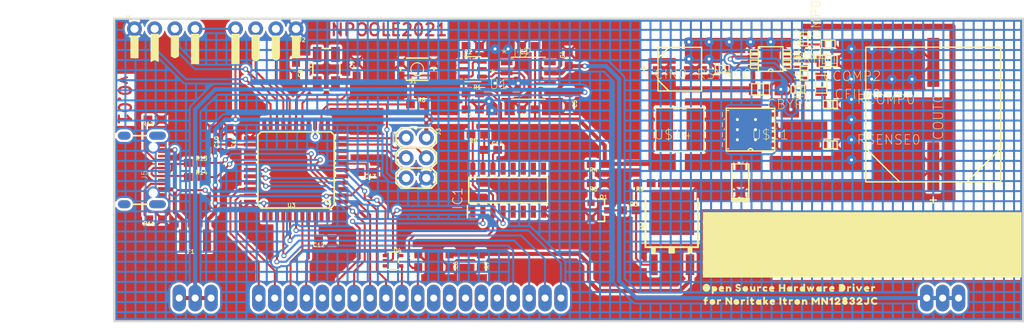
<source format=kicad_pcb>
(kicad_pcb (version 20221018) (generator pcbnew)
  (layers (0 "F.Cu" signal) (31 "B.Cu" signal) (34 "B.Paste" user) (35 "F.Paste" user) (36 "B.SilkS" user "B.Silkscreen") (37 "F.SilkS" user "F.Silkscreen") (38 "B.Mask" user) (39 "F.Mask" user) (44 "Edge.Cuts" user))
  (net 0 "")
  (net 1 "5V")
  (net 2 "N$2")
  (net 3 "N$4")
  (net 4 "GND")
  (net 5 "N$1")
  (net 6 "N$3")
  (net 7 "N$5")
  (net 8 "N$8")
  (net 9 "60V")
  (net 10 "N$6")
  (net 11 "N$7")
  (net 12 "N$9")
  (net 13 "N$10")
  (net 14 "100KHZ")
  (net 15 "F1_DRIVE")
  (net 16 "F2_DRIVE")
  (net 17 "N$11")
  (net 18 "VDD2")
  (net 19 "N$14")
  (net 20 "N$12")
  (net 21 "N$13")
  (net 22 "SIN1")
  (net 23 "CLK1")
  (net 24 "LAT1")
  (net 25 "BLK1")
  (net 26 "SIN2")
  (net 27 "CLK2")
  (net 28 "LAT2")
  (net 29 "BLK2")
  (net 30 "GBLK")
  (net 31 "GLAT")
  (net 32 "GCLK")
  (net 33 "GSIN")
  (net 34 "GSOUT")
  (net 35 "AREF")
  (net 36 "RESET")
  (net 37 "SCK")
  (net 38 "CIPO")
  (net 39 "COPI")
  (net 40 "TXO")
  (net 41 "SDA")
  (net 42 "SCL")
  (net 43 "N$15")
  (net 44 "N$16")
  (net 45 "RXI")
  (net 46 "D_N")
  (net 47 "D_P")
  (net 48 "V_USB")
  (net 49 "UCAP")
  (net 50 "D-_HV")
  (net 51 "DP_HV")
  (net 52 "N$19")
  (net 53 "N$20")
  (net 54 "N$17")
  (net 55 "N$18")
  (net 56 "WATCHDOG")
  (net 57 "GBLK_OR_IN")
  (footprint "working:#_TXO#0" (layer "F.Cu") (at 96.4311 89.5096 -90)
    (fp_text reference "U$18" hide)
    (fp_text value "" hide)
  )
  (footprint "working:0805" (layer "F.Cu") (at 180.2511 94.2086 -90)
    (fp_text reference "CCOMP0")
    (fp_text value "330pF" hide)
  )
  (footprint "working:0603" (layer "F.Cu") (at 137.4521 116.4336 -90)
    (fp_text reference "R7")
    (fp_text value "22Ω")
  )
  (footprint "working:1210" (layer "F.Cu") (at 101.5111 113.8936 180)
    (fp_text reference "F1")
    (fp_text value "6V/2A")
  )
  (footprint "working:0603" (layer "F.Cu") (at 114.2111 92.3036 -90)
    (fp_text reference "C8")
    (fp_text value "22pF")
  )
  (footprint "working:SM_RADIAL_J16" (layer "F.Cu") (at 194.3481 98.0186 90)
    (fp_text reference "COUT0")
    (fp_text value "EEV-FK2A151M" hide)
  )
  (footprint "working:0603" (layer "F.Cu") (at 117.8941 113.8936 180)
    (fp_text reference "C12")
    (fp_text value "0.1uF")
  )
  (footprint "working:#GND#0" (layer "F.Cu") (at 93.8911 89.5096 -90)
    (fp_text reference "U$15" hide)
    (fp_text value "" hide)
  )
  (footprint "working:21-0041B_8_MXM" (layer "F.Cu") (at 143.4211 93.4466)
    (fp_text reference "U2")
    (fp_text value "MAX628CSA+")
  )
  (footprint "working:0603" (layer "F.Cu") (at 121.8311 92.3036 90)
    (fp_text reference "C9")
    (fp_text value "22pF")
  )
  (footprint "working:0603" (layer "F.Cu") (at 148.5011 91.0336 90)
    (fp_text reference "C4")
    (fp_text value "1nF")
  )
  (footprint "working:0603" (layer "F.Cu") (at 133.5151 116.4336 -90)
    (fp_text reference "C6")
    (fp_text value "0.1uF")
  )
  (footprint "working:SOIC127P600X175-16N" (layer "F.Cu") (at 140.8811 107.5436 90)
    (fp_text reference "IC1")
    (fp_text value "CD74HC123ME4")
  )
  (footprint "working:0603" (layer "F.Cu") (at 101.5111 105.8926)
    (fp_text reference "R14")
    (fp_text value "22Ω")
  )
  (footprint "working:1X04_NO_SILK" (layer "F.Cu") (at 93.8911 87.2236)
    (fp_text reference "J1")
    (fp_text value "")
  )
  (footprint "working:BLUESHIRE_SILK#SVG0" (layer "F.Cu") (at 165.5191 114.1476)
    (fp_text reference "U$3" hide)
    (fp_text value "" hide)
  )
  (footprint "working:0603" (layer "F.Cu") (at 129.5781 116.4336 90)
    (fp_text reference "C7")
    (fp_text value "0.1uF")
  )
  (footprint "working:TACTILE_SWITCH_SMD_4.6X2.8MM" (layer "F.Cu") (at 129.4511 92.3036 180)
    (fp_text reference "S1")
    (fp_text value "Reset")
  )
  (footprint "working:1X04_NO_SILK" (layer "F.Cu") (at 114.2111 87.2236 180)
    (fp_text reference "J2")
    (fp_text value "")
  )
  (footprint "working:0603" (layer "F.Cu") (at 101.5111 104.1146)
    (fp_text reference "R13")
    (fp_text value "22Ω")
  )
  (footprint "working:#_RXI#0" (layer "F.Cu") (at 98.9711 89.3826 -90)
    (fp_text reference "U$16" hide)
    (fp_text value "" hide)
  )
  (footprint "working:0603" (layer "F.Cu") (at 152.1841 106.6546 180)
    (fp_text reference "R6")
    (fp_text value "100k")
  )
  (footprint "working:#_5VDC#0" (layer "F.Cu") (at 106.5911 89.7636 -90)
    (fp_text reference "U$10" hide)
    (fp_text value "" hide)
  )
  (footprint "working:#_SCL#0" (layer "F.Cu") (at 111.6711 89.5096 -90)
    (fp_text reference "U$8" hide)
    (fp_text value "" hide)
  )
  (footprint "working:0805" (layer "F.Cu") (at 181.1401 91.2876)
    (fp_text reference "CCOMP2")
    (fp_text value "82pF" hide)
  )
  (footprint "working:SOT23-3" (layer "F.Cu") (at 152.3111 110.0836 -90)
    (fp_text reference "Q1")
    (fp_text value "220mA/50V/3.5Ω")
  )
  (footprint "working:0805" (layer "F.Cu") (at 172.6311 94.8436)
    (fp_text reference "CBYP0")
    (fp_text value "100nF" hide)
  )
  (footprint "working:IND_NPI54C" (layer "F.Cu") (at 162.4711 99.9236)
    (fp_text reference "U$14")
    (fp_text value "39uH" hide)
  )
  (footprint "working:0603" (layer "F.Cu") (at 156.1211 110.0836)
    (fp_text reference "R3")
    (fp_text value "10k")
  )
  (footprint "working:FOR_NORITAKE_ITRON_MN12832JC0" (layer "F.Cu") (at 164.7571 121.5136)
    (fp_text reference "U$6" hide)
    (fp_text value "" hide)
  )
  (footprint "working:2X3" (layer "F.Cu") (at 128.0541 100.9396 -90)
    (fp_text reference "J3")
    (fp_text value "AVR_SPI_PROG_3X2PTH")
  )
  (footprint "working:0603" (layer "F.Cu") (at 148.5011 96.1136 -90)
    (fp_text reference "C5")
    (fp_text value "1nF")
  )
  (footprint "working:0603" (layer "F.Cu") (at 143.4211 97.3836 180)
    (fp_text reference "C2")
    (fp_text value "0.1uF")
  )
  (footprint "working:0603" (layer "F.Cu") (at 143.4211 89.3826 180)
    (fp_text reference "C3")
    (fp_text value "4.7uF")
  )
  (footprint "working:0603" (layer "F.Cu") (at 136.4361 89.3826 180)
    (fp_text reference "R2")
    (fp_text value "100k")
  )
  (footprint "working:0603" (layer "F.Cu") (at 129.4511 96.7486)
    (fp_text reference "R8")
    (fp_text value "10k")
  )
  (footprint "working:0603" (layer "F.Cu") (at 181.3941 96.7486 180)
    (fp_text reference "RCOMP0")
    (fp_text value "332k" hide)
  )
  (footprint "working:0603" (layer "F.Cu") (at 178.0921 92.8116 90)
    (fp_text reference "RFILT0")
    (fp_text value "100" hide)
  )
  (footprint "working:PG-TDSON-8" (layer "F.Cu") (at 171.3611 99.9236 180)
    (fp_text reference "U$11")
    (fp_text value "100V" hide)
  )
  (footprint "working:DUMMY" (layer "F.Cu") (at 91.3511 124.0536)
    (fp_text reference "FRAME1" hide)
    (fp_text value "FRAME-LEDGERNO_FOOTPRINT" hide)
  )
  (footprint "working:#GND#0" (layer "F.Cu") (at 114.2111 89.5096 -90)
    (fp_text reference "U$7" hide)
    (fp_text value "" hide)
  )
  (footprint "working:OPEN_SOURCE_HARDWARE_DRIVER0" (layer "F.Cu") (at 164.6301 119.8626)
    (fp_text reference "U$5" hide)
    (fp_text value "" hide)
  )
  (footprint "working:#_5VDC#0" (layer "F.Cu") (at 101.5111 89.7636 -90)
    (fp_text reference "U$12" hide)
    (fp_text value "" hide)
  )
  (footprint "working:TSOT-23_6_ADI" (layer "F.Cu") (at 136.4361 92.3036 180)
    (fp_text reference "U1")
    (fp_text value "LTC6906CS6TRPBF")
  )
  (footprint "working:TO-252_DPAK" (layer "F.Cu") (at 161.4551 112.6236)
    (fp_text reference "Q2")
    (fp_text value "20A/100V/110mΩ")
  )
  (footprint "working:0603" (layer "F.Cu") (at 167.8051 92.3036)
    (fp_text reference "RSYNC0")
    (fp_text value "26.1k" hide)
  )
  (footprint "working:0603" (layer "F.Cu") (at 181.1401 89.1286)
    (fp_text reference "RFB1")
    (fp_text value "10k" hide)
  )
  (footprint "working:0603" (layer "F.Cu") (at 177.3301 94.8436 180)
    (fp_text reference "CFILT0")
    (fp_text value "10pF" hide)
  )
  (footprint "working:CRYSTAL-SMD-5X3.2-4PAD" (layer "F.Cu") (at 118.0211 92.3036 90)
    (fp_text reference "Y1")
    (fp_text value "16MHz")
  )
  (footprint "working:BLUESHIRE_STOP#SVG2" (layer "F.Cu") (at 165.3413 114.427)
    (fp_text reference "U$4" hide)
    (fp_text value "" hide)
  )
  (footprint "working:SM_RADIAL_C" (layer "F.Cu") (at 162.4711 92.3036)
    (fp_text reference "CIN0")
    (fp_text value "22uF" hide)
  )
  (footprint "working:0603" (layer "F.Cu") (at 181.3941 101.8286 180)
    (fp_text reference "RSENSE0")
    (fp_text value "50m" hide)
  )
  (footprint "working:TQFP44" (layer "F.Cu") (at 114.2111 105.0036 180)
    (fp_text reference "U3")
    (fp_text value "32U4")
  )
  (footprint "working:0603" (layer "F.Cu") (at 105.8291 100.6856 -90)
    (fp_text reference "C11")
    (fp_text value "0.1uF")
  )
  (footprint "working:0603" (layer "F.Cu") (at 96.5581 111.2266 180)
    (fp_text reference "R11")
    (fp_text value "5.1k")
  )
  (footprint "working:SOT353" (layer "F.Cu") (at 126.4031 116.4336 -90)
    (fp_text reference "U4")
    (fp_text value "SN74LVC1G32DCKR")
  )
  (footprint "working:#_SDA#0" (layer "F.Cu") (at 109.1311 89.5096 -90)
    (fp_text reference "U$9" hide)
    (fp_text value "" hide)
  )
  (footprint "working:SOD-123" (layer "F.Cu") (at 170.0911 106.2736 90)
    (fp_text reference "U$13" hide)
    (fp_text value "CDBW46-G" hide)
  )
  (footprint "working:0603" (layer "F.Cu") (at 103.6701 100.6856 -90)
    (fp_text reference "C10")
    (fp_text value "1.0uF")
  )
  (footprint "working:0603" (layer "F.Cu") (at 158.0261 106.6546 180)
    (fp_text reference "R5")
    (fp_text value "100k")
  )
  (footprint "working:0603" (layer "F.Cu") (at 123.1011 105.2576 180)
    (fp_text reference "C13")
    (fp_text value "1.0uF")
  )
  (footprint "working:0603" (layer "F.Cu") (at 96.4311 98.6536 180)
    (fp_text reference "R12")
    (fp_text value "5.1k")
  )
  (footprint "working:0603" (layer "F.Cu") (at 138.7221 102.4636)
    (fp_text reference "C14")
    (fp_text value "10nF")
  )
  (footprint "working:0603" (layer "F.Cu") (at 178.0921 88.4936 90)
    (fp_text reference "RFB2")
    (fp_text value "464k" hide)
  )
  (footprint "working:0603" (layer "F.Cu") (at 137.0711 100.5586 180)
    (fp_text reference "R9")
    (fp_text value "10k")
  )
  (footprint "working:BLUESHIRE_COPPER#SVG1" (layer "F.Cu") (at 165.6461 114.4016)
    (fp_text reference "U$2" hide)
    (fp_text value "" hide)
  )
  (footprint "working:0603" (layer "F.Cu") (at 136.4361 97.3836 180)
    (fp_text reference "C1")
    (fp_text value "1.0uF")
  )
  (footprint "working:0603" (layer "F.Cu") (at 136.4361 95.3516)
    (fp_text reference "R1")
    (fp_text value "100")
  )
  (footprint "working:MUA08A" (layer "F.Cu") (at 173.9011 91.0336 180)
    (fp_text reference "U$1")
    (fp_text value "LM3488MM/NOPB" hide)
  )
  (footprint "working:USB-C-16P-5" (layer "F.Cu") (at 97.7011 105.0036 -90)
    (fp_text reference "J5")
    (fp_text value "")
  )
  (footprint "working:0603" (layer "F.Cu") (at 152.1841 104.2416 180)
    (fp_text reference "R4")
    (fp_text value "10k")
  )
  (footprint "working:NORITAKE_ITRON_128X32" (layer "B.Cu") (at 197.5231 121.1326 180)
    (fp_text reference "U$17" hide)
    (fp_text value "NORITAKE_ITRON_128X32" hide)
  )
  (gr_line (start 91.3511 124.0536) (end 91.3511 85.9536) (stroke (width 0.254)) (layer "Edge.Cuts"))
  (gr_line (start 205.6511 124.0536) (end 91.3511 124.0536) (stroke (width 0.254)) (layer "Edge.Cuts"))
  (gr_line (start 91.3511 85.9536) (end 205.6511 85.9536) (stroke (width 0.254)) (layer "Edge.Cuts"))
  (gr_line (start 205.6511 85.9536) (end 205.6511 124.0536) (stroke (width 0.254)) (layer "Edge.Cuts"))
  (gr_text "v0.01" (at 91.7321 92.9386 270) (layer "F.Cu") (effects (font (size 1.5113 1.5113) (thickness 0.2667)) (justify left bottom)))
  (gr_text "NPOOLE2021" (at 133.3881 86.4616) (layer "F.Cu") (effects (font (size 1.5113 1.5113) (thickness 0.2667)) (justify right top)))
  (segment (start 104.0511 106.9086) (end 104.0511 109.1946) (width 0.508) (layer "F.Cu") (net 1))
  (segment (start 105.5751 101.7896) (end 103.9241 101.7896) (width 0.254) (layer "F.Cu") (net 1))
  (segment (start 136.4361 104.8316) (end 136.4361 106.9086) (width 0.254) (layer "F.Cu") (net 1))
  (segment (start 136.4361 106.9086) (end 137.0711 107.5436) (width 0.254) (layer "F.Cu") (net 1))
  (segment (start 130.5941 100.9396) (end 130.5941 98.6536) (width 0.508) (layer "F.Cu") (net 1))
  (segment (start 116.6111 99.2036) (end 116.6111 100.7996) (width 0.254) (layer "F.Cu") (net 1))
  (segment (start 103.6701 101.5356) (end 103.6701 102.8446) (width 0.254) (layer "F.Cu") (net 1))
  (segment (start 137.2861 95.3516) (end 138.7221 95.3516) (width 0.254) (layer "F.Cu") (net 1))
  (segment (start 106.0971 101.8036) (end 105.8291 101.5356) (width 0.254) (layer "F.Cu") (net 1))
  (segment (start 129.5231 117.3386) (end 129.5781 117.2836) (width 0.254) (layer "F.Cu") (net 1))
  (segment (start 144.2711 97.3836) (end 144.2711 94.0816) (width 0.254) (layer "F.Cu") (net 1))
  (segment (start 136.4361 98.6536) (end 139.9921 98.6536) (width 0.508) (layer "F.Cu") (net 1))
  (segment (start 136.4361 100.3436) (end 136.4361 98.6536) (width 0.254) (layer "F.Cu") (net 1))
  (segment (start 137.0711 107.5436) (end 138.3411 107.5436) (width 0.254) (layer "F.Cu") (net 1))
  (segment (start 128.4351 113.8936) (end 128.4351 116.9416) (width 0.254) (layer "F.Cu") (net 1))
  (segment (start 136.2211 100.5586) (end 136.4361 100.3436) (width 0.254) (layer "F.Cu") (net 1))
  (segment (start 136.4361 100.7736) (end 136.2211 100.5586) (width 0.254) (layer "F.Cu") (net 1))
  (segment (start 138.9761 112.6236) (end 138.3411 113.2586) (width 0.254) (layer "F.Cu") (net 1))
  (segment (start 116.6111 100.7996) (end 116.6241 100.8126) (width 0.254) (layer "F.Cu") (net 1))
  (segment (start 106.5911 87.2236) (end 106.5911 98.6536) (width 0.254) (layer "F.Cu") (net 1))
  (segment (start 144.2711 97.3836) (end 144.2711 98.6146) (width 0.254) (layer "F.Cu") (net 1))
  (segment (start 105.8291 101.5356) (end 105.5751 101.7896) (width 0.254) (layer "F.Cu") (net 1))
  (segment (start 129.0701 113.2586) (end 128.4351 113.8936) (width 0.254) (layer "F.Cu") (net 1))
  (segment (start 159.4231 104.2416) (end 159.9311 103.7336) (width 0.254) (layer "F.Cu") (net 1))
  (segment (start 110.2111 110.8036) (end 110.2111 109.2586) (width 0.254) (layer "F.Cu") (net 1))
  (segment (start 128.8321 117.3386) (end 129.5231 117.3386) (width 0.254) (layer "F.Cu") (net 1))
  (segment (start 138.9761 108.1786) (end 138.9761 110.2556) (width 0.254) (layer "F.Cu") (net 1))
  (segment (start 144.2711 94.0816) (end 144.2711 89.3826) (width 0.254) (layer "F.Cu") (net 1))
  (segment (start 130.5941 97.0416) (end 130.3011 96.7486) (width 0.254) (layer "F.Cu") (net 1))
  (segment (start 138.9761 110.2556) (end 138.9761 112.6236) (width 0.254) (layer "F.Cu") (net 1))
  (segment (start 138.7221 95.3516) (end 139.9921 96.6216) (width 0.254) (layer "F.Cu") (net 1))
  (segment (start 138.3411 107.5436) (end 138.9761 108.1786) (width 0.254) (layer "F.Cu") (net 1))
  (segment (start 171.704 94.8436) (end 171.7294 94.8436) (width 0.508) (layer "F.Cu") (net 1))
  (segment (start 130.5941 98.6536) (end 136.4361 98.6536) (width 0.508) (layer "F.Cu") (net 1))
  (segment (start 136.4361 104.8316) (end 136.4361 100.7736) (width 0.254) (layer "F.Cu") (net 1))
  (segment (start 153.0341 101.9166) (end 153.0341 104.2416) (width 0.508) (layer "F.Cu") (net 1))
  (segment (start 118.2111 110.8036) (end 118.2111 109.3846) (width 0.254) (layer "F.Cu") (net 1))
  (segment (start 153.0341 104.2416) (end 159.4231 104.2416) (width 0.508) (layer "F.Cu") (net 1))
  (segment (start 103.0111 111.3776) (end 104.0511 110.3376) (width 0.508) (layer "F.Cu") (net 1))
  (segment (start 144.3101 98.6536) (end 149.7711 98.6536) (width 0.508) (layer "F.Cu") (net 1))
  (segment (start 103.9241 101.7896) (end 103.6701 101.5356) (width 0.254) (layer "F.Cu") (net 1))
  (segment (start 146.14525 94.0816) (end 144.2711 94.0816) (width 0.254) (layer "F.Cu") (net 1))
  (segment (start 171.7294 94.8436) (end 159.9311 94.8436) (width 0.762) (layer "F.Cu") (net 1))
  (segment (start 139.9921 98.6536) (end 144.3101 98.6536) (width 0.508) (layer "F.Cu") (net 1))
  (segment (start 128.4351 116.9416) (end 128.8321 117.3386) (width 0.254) (layer "F.Cu") (net 1))
  (segment (start 149.7711 98.6536) (end 153.0341 101.9166) (width 0.508) (layer "F.Cu") (net 1))
  (segment (start 104.0511 110.3376) (end 104.0511 109.1946) (width 0.508) (layer "F.Cu") (net 1))
  (segment (start 108.4111 101.8036) (end 106.0971 101.8036) (width 0.254) (layer "F.Cu") (net 1))
  (segment (start 144.2711 98.6146) (end 144.3101 98.6536) (width 0.254) (layer "F.Cu") (net 1))
  (segment (start 103.0111 113.8936) (end 103.0111 111.3776) (width 0.508) (layer "F.Cu") (net 1))
  (segment (start 110.2111 109.2586) (end 110.1471 109.1946) (width 0.254) (layer "F.Cu") (net 1))
  (segment (start 130.5941 98.6536) (end 130.5941 97.0416) (width 0.508) (layer "F.Cu") (net 1))
  (segment (start 118.2111 109.3846) (end 118.0211 109.1946) (width 0.254) (layer "F.Cu") (net 1))
  (segment (start 138.3411 113.2586) (end 129.0701 113.2586) (width 0.254) (layer "F.Cu") (net 1))
  (segment (start 103.6701 102.8446) (end 104.0511 103.2256) (width 0.254) (layer "F.Cu") (net 1))
  (segment (start 139.9921 96.6216) (end 139.9921 98.6536) (width 0.254) (layer "F.Cu") (net 1))
  (segment (start 171.704 92.0086) (end 171.704 94.8436) (width 0.508) (layer "F.Cu") (net 1))
  (segment (start 129.5231 121.1326) (end 129.5231 117.3386) (width 0.254) (layer "F.Cu") (net 1))
  (via (at 110.1471 109.1946) (size 0.635) (drill 0.381) (layers "F.Cu" "B.Cu") (net 1))
  (via (at 130.5941 98.6536) (size 0.635) (drill 0.381) (layers "F.Cu" "B.Cu") (net 1))
  (via (at 104.0511 109.1946) (size 0.635) (drill 0.381) (layers "F.Cu" "B.Cu") (net 1))
  (via (at 116.6241 100.8126) (size 0.635) (drill 0.381) (layers "F.Cu" "B.Cu") (net 1))
  (via (at 104.0511 103.2256) (size 0.635) (drill 0.381) (layers "F.Cu" "B.Cu") (net 1))
  (via (at 118.0211 109.1946) (size 0.635) (drill 0.381) (layers "F.Cu" "B.Cu") (net 1))
  (via (at 104.0511 106.9086) (size 0.635) (drill 0.381) (layers "F.Cu" "B.Cu") (net 1))
  (via (at 106.5911 98.6536) (size 0.635) (drill 0.381) (layers "F.Cu" "B.Cu") (net 1))
  (segment (start 106.5911 98.6536) (end 116.6241 98.6536) (width 0.508) (layer "B.Cu") (net 1))
  (segment (start 104.0511 106.9086) (end 104.0511 103.2256) (width 0.508) (layer "B.Cu") (net 1))
  (segment (start 116.6241 98.6536) (end 130.5941 98.6536) (width 0.508) (layer "B.Cu") (net 1))
  (segment (start 105.3211 98.6536) (end 106.5911 98.6536) (width 0.508) (layer "B.Cu") (net 1))
  (segment (start 116.6241 100.8126) (end 116.6241 98.6536) (width 0.254) (layer "B.Cu") (net 1))
  (segment (start 101.5111 87.2236) (end 106.5911 87.2236) (width 0.254) (layer "B.Cu") (net 1))
  (segment (start 118.0211 109.1946) (end 110.1471 109.1946) (width 0.254) (layer "B.Cu") (net 1))
  (segment (start 110.1471 109.1946) (end 104.0511 109.1946) (width 0.254) (layer "B.Cu") (net 1))
  (segment (start 104.0511 99.9236) (end 105.3211 98.6536) (width 0.508) (layer "B.Cu") (net 1))
  (segment (start 104.0511 103.2256) (end 104.0511 99.9236) (width 0.508) (layer "B.Cu") (net 1))
  (segment (start 180.1674 91.3586) (end 180.2384 91.2876) (width 0.254) (layer "F.Cu") (net 2))
  (segment (start 176.0982 91.3586) (end 180.1674 91.3586) (width 0.254) (layer "F.Cu") (net 2))
  (segment (start 180.2384 91.2876) (end 180.2384 93.2942) (width 0.254) (layer "F.Cu") (net 2))
  (segment (start 180.2384 93.2942) (end 180.2511 93.3069) (width 0.254) (layer "F.Cu") (net 2))
  (segment (start 180.6956 95.5548) (end 180.2511 95.1103) (width 0.254) (layer "F.Cu") (net 3))
  (segment (start 180.6956 96.7486) (end 180.6956 95.5548) (width 0.254) (layer "F.Cu") (net 3))
  (via (at 184.0611 93.5736) (size 0.635) (drill 0.381) (layers "F.Cu" "B.Cu") (net 4))
  (via (at 163.6141 88.8746) (size 0.635) (drill 0.381) (layers "F.Cu" "B.Cu") (net 4))
  (via (at 184.0611 103.7336) (size 0.635) (drill 0.381) (layers "F.Cu" "B.Cu") (net 4))
  (via (at 139.2301 94.0816) (size 0.635) (drill 0.381) (layers "F.Cu" "B.Cu") (net 4))
  (via (at 189.1411 89.7636) (size 0.635) (drill 0.381) (layers "F.Cu" "B.Cu") (net 4))
  (via (at 163.6141 91.0336) (size 0.635) (drill 0.381) (layers "F.Cu" "B.Cu") (net 4))
  (via (at 138.4681 96.3676) (size 0.635) (drill 0.381) (layers "F.Cu" "B.Cu") (net 4))
  (via (at 140.8811 89.7636) (size 0.635) (drill 0.381) (layers "F.Cu" "B.Cu") (net 4))
  (via (at 191.6811 89.7636) (size 0.635) (drill 0.381) (layers "F.Cu" "B.Cu") (net 4))
  (via (at 189.1411 93.5736) (size 0.635) (drill 0.381) (layers "F.Cu" "B.Cu") (net 4))
  (via (at 186.6011 89.7636) (size 0.635) (drill 0.381) (layers "F.Cu" "B.Cu") (net 4))
  (via (at 175.1711 94.8436) (size 0.635) (drill 0.381) (layers "F.Cu" "B.Cu") (net 4))
  (via (at 168.6941 88.8746) (size 0.635) (drill 0.381) (layers "F.Cu" "B.Cu") (net 4))
  (via (at 166.1541 91.0336) (size 0.635) (drill 0.381) (layers "F.Cu" "B.Cu") (net 4))
  (via (at 166.1541 88.8746) (size 0.635) (drill 0.381) (layers "F.Cu" "B.Cu") (net 4))
  (via (at 191.6811 93.5736) (size 0.635) (drill 0.381) (layers "F.Cu" "B.Cu") (net 4))
  (via (at 184.0611 89.7636) (size 0.635) (drill 0.381) (layers "F.Cu" "B.Cu") (net 4))
  (via (at 138.8491 97.5106) (size 0.635) (drill 0.381) (layers "F.Cu" "B.Cu") (net 4))
  (via (at 142.1511 94.0816) (size 0.635) (drill 0.381) (layers "F.Cu" "B.Cu") (net 4))
  (via (at 186.6011 93.5736) (size 0.635) (drill 0.381) (layers "F.Cu" "B.Cu") (net 4))
  (via (at 184.0611 101.1936) (size 0.635) (drill 0.381) (layers "F.Cu" "B.Cu") (net 4))
  (via (at 171.3611 88.8746) (size 0.635) (drill 0.381) (layers "F.Cu" "B.Cu") (net 4))
  (via (at 139.2301 89.7636) (size 0.635) (drill 0.381) (layers "F.Cu" "B.Cu") (net 4))
  (via (at 173.9011 88.8746) (size 0.635) (drill 0.381) (layers "F.Cu" "B.Cu") (net 4))
  (via (at 184.0611 98.6536) (size 0.635) (drill 0.381) (layers "F.Cu" "B.Cu") (net 4))
  (via (at 184.0611 96.1136) (size 0.635) (drill 0.381) (layers "F.Cu" "B.Cu") (net 4))
  (segment (start 170.2741 91.3586) (end 169.3291 92.3036) (width 0.254) (layer "F.Cu") (net 5))
  (segment (start 171.704 91.3586) (end 170.2741 91.3586) (width 0.254) (layer "F.Cu") (net 5))
  (segment (start 169.3291 92.3036) (end 168.5036 92.3036) (width 0.254) (layer "F.Cu") (net 5))
  (segment (start 176.0982 92.0086) (end 177.9876 92.0086) (width 0.254) (layer "F.Cu") (net 6))
  (segment (start 177.9876 92.0086) (end 178.0921 92.1131) (width 0.254) (layer "F.Cu") (net 6))
  (segment (start 178.0286 94.8436) (end 178.0286 99.6061) (width 0.254) (layer "F.Cu") (net 7))
  (segment (start 178.0921 93.5101) (end 178.0286 93.5736) (width 0.254) (layer "F.Cu") (net 7))
  (segment (start 178.0286 93.5736) (end 178.0286 94.8436) (width 0.254) (layer "F.Cu") (net 7))
  (segment (start 178.0286 99.6061) (end 177.7111 99.9236) (width 0.254) (layer "F.Cu") (net 7))
  (segment (start 171.704 90.7086) (end 169.1461 90.7086) (width 0.254) (layer "F.Cu") (net 8))
  (segment (start 169.1461 90.7086) (end 168.8211 91.0336) (width 0.254) (layer "F.Cu") (net 8))
  (via (at 168.8211 91.0336) (size 0.635) (drill 0.381) (layers "F.Cu" "B.Cu") (net 8))
  (via (at 176.4411 97.3836) (size 0.635) (drill 0.381) (layers "F.Cu" "B.Cu") (net 8))
  (segment (start 174.4091 91.5416) (end 176.4411 93.5736) (width 0.254) (layer "B.Cu") (net 8))
  (segment (start 169.3291 91.5416) (end 174.4091 91.5416) (width 0.254) (layer "B.Cu") (net 8))
  (segment (start 168.8211 91.0336) (end 169.3291 91.5416) (width 0.254) (layer "B.Cu") (net 8))
  (segment (start 176.4411 93.5736) (end 176.4411 97.3836) (width 0.254) (layer "B.Cu") (net 8))
  (segment (start 178.0921 87.7951) (end 178.0921 86.9696) (width 0.762) (layer "F.Cu") (net 9))
  (segment (start 196.7611 86.9696) (end 196.7611 105.0036) (width 0.762) (layer "F.Cu") (net 9))
  (segment (start 178.0921 86.9696) (end 196.7611 86.9696) (width 0.762) (layer "F.Cu") (net 9))
  (segment (start 168.3639 98.0186) (end 168.9989 98.6536) (width 0.254) (layer "F.Cu") (net 10))
  (segment (start 168.9989 99.9236) (end 169.7101 99.9236) (width 0.254) (layer "F.Cu") (net 10))
  (segment (start 168.3639 100.5586) (end 168.9989 101.1936) (width 0.254) (layer "F.Cu") (net 10))
  (segment (start 168.3639 99.2886) (end 168.9989 99.9236) (width 0.254) (layer "F.Cu") (net 10))
  (segment (start 168.9989 101.1936) (end 169.7101 101.1936) (width 0.254) (layer "F.Cu") (net 10))
  (segment (start 168.9989 98.6536) (end 169.7101 98.6536) (width 0.254) (layer "F.Cu") (net 10))
  (segment (start 168.3639 101.8286) (end 168.9989 101.1936) (width 0.254) (layer "F.Cu") (net 10))
  (via (at 169.7101 99.9236) (size 0.635) (drill 0.381) (layers "F.Cu" "B.Cu") (net 10))
  (via (at 169.7101 98.6536) (size 0.635) (drill 0.381) (layers "F.Cu" "B.Cu") (net 10))
  (via (at 169.7101 101.1936) (size 0.635) (drill 0.381) (layers "F.Cu" "B.Cu") (net 10))
  (via (at 171.9961 98.6536) (size 0.635) (drill 0.381) (layers "F.Cu" "B.Cu") (net 10))
  (via (at 171.9961 101.1936) (size 0.635) (drill 0.381) (layers "F.Cu" "B.Cu") (net 10))
  (via (at 171.9961 99.9236) (size 0.635) (drill 0.381) (layers "F.Cu" "B.Cu") (net 10))
  (segment (start 180.3781 89.1921) (end 180.4416 89.1286) (width 0.254) (layer "F.Cu") (net 11))
  (segment (start 176.0982 90.7086) (end 177.4011 90.7086) (width 0.254) (layer "F.Cu") (net 11))
  (segment (start 177.4011 90.7086) (end 178.0921 90.0176) (width 0.254) (layer "F.Cu") (net 11))
  (segment (start 178.0921 89.1921) (end 180.3781 89.1921) (width 0.254) (layer "F.Cu") (net 11))
  (segment (start 178.0921 90.0176) (end 178.0921 89.1921) (width 0.254) (layer "F.Cu") (net 11))
  (segment (start 135.2931 95.0586) (end 135.5861 95.3516) (width 0.254) (layer "F.Cu") (net 12))
  (segment (start 136.4361 91.5416) (end 136.6139 91.3638) (width 0.254) (layer "F.Cu") (net 12))
  (segment (start 136.2583 93.2434) (end 136.4361 93.0656) (width 0.254) (layer "F.Cu") (net 12))
  (segment (start 135.2931 93.2434) (end 136.2583 93.2434) (width 0.254) (layer "F.Cu") (net 12))
  (segment (start 136.4361 93.0656) (end 136.4361 91.5416) (width 0.254) (layer "F.Cu") (net 12))
  (segment (start 135.5861 97.3836) (end 135.5861 95.3516) (width 0.254) (layer "F.Cu") (net 12))
  (segment (start 135.2931 93.2434) (end 135.2931 95.0586) (width 0.254) (layer "F.Cu") (net 12))
  (segment (start 136.6139 91.3638) (end 137.5791 91.3638) (width 0.254) (layer "F.Cu") (net 12))
  (segment (start 135.2931 91.3638) (end 135.2931 89.6756) (width 0.254) (layer "F.Cu") (net 13))
  (segment (start 135.2931 89.6756) (end 135.5861 89.3826) (width 0.254) (layer "F.Cu") (net 13))
  (segment (start 139.2301 92.8116) (end 140.69695 92.8116) (width 0.254) (layer "F.Cu") (net 14))
  (segment (start 142.4051 95.3516) (end 140.69695 95.3516) (width 0.254) (layer "F.Cu") (net 14))
  (segment (start 137.5791 93.2434) (end 138.7983 93.2434) (width 0.254) (layer "F.Cu") (net 14))
  (segment (start 142.9131 94.8436) (end 142.4051 95.3516) (width 0.254) (layer "F.Cu") (net 14))
  (segment (start 142.9131 93.3196) (end 142.9131 94.8436) (width 0.254) (layer "F.Cu") (net 14))
  (segment (start 142.4051 92.8116) (end 142.9131 93.3196) (width 0.254) (layer "F.Cu") (net 14))
  (segment (start 138.7983 93.2434) (end 139.2301 92.8116) (width 0.254) (layer "F.Cu") (net 14))
  (segment (start 140.69695 92.8116) (end 142.4051 92.8116) (width 0.254) (layer "F.Cu") (net 14))
  (segment (start 148.5401 91.9226) (end 148.5011 91.8836) (width 0.508) (layer "F.Cu") (net 15))
  (segment (start 147.5731 92.8116) (end 148.5011 91.8836) (width 0.508) (layer "F.Cu") (net 15))
  (segment (start 146.14525 92.8116) (end 147.5731 92.8116) (width 0.508) (layer "F.Cu") (net 15))
  (segment (start 150.5331 91.9226) (end 148.5401 91.9226) (width 0.508) (layer "F.Cu") (net 15))
  (via (at 150.5331 91.9226) (size 0.635) (drill 0.381) (layers "F.Cu" "B.Cu") (net 15))
  (segment (start 193.5231 121.1326) (end 195.5231 121.1326) (width 0.508) (layer "B.Cu") (net 15))
  (segment (start 197.5231 121.1326) (end 195.5231 121.1326) (width 0.508) (layer "B.Cu") (net 15))
  (segment (start 153.2001 91.9226) (end 150.5331 91.9226) (width 0.508) (layer "B.Cu") (net 15))
  (segment (start 193.5231 121.1326) (end 157.0101 121.1326) (width 0.508) (layer "B.Cu") (net 15))
  (segment (start 154.8511 118.9736) (end 154.8511 93.5736) (width 0.508) (layer "B.Cu") (net 15))
  (segment (start 154.8511 93.5736) (end 153.2001 91.9226) (width 0.508) (layer "B.Cu") (net 15))
  (segment (start 157.0101 121.1326) (end 154.8511 118.9736) (width 0.508) (layer "B.Cu") (net 15))
  (segment (start 99.5231 121.1326) (end 101.5231 121.1326) (width 0.508) (layer "F.Cu") (net 16))
  (segment (start 148.4131 95.3516) (end 148.5401 95.2246) (width 0.508) (layer "F.Cu") (net 16))
  (segment (start 150.5331 95.2246) (end 148.5401 95.2246) (width 0.508) (layer "F.Cu") (net 16))
  (segment (start 101.5231 121.1326) (end 103.5231 121.1326) (width 0.508) (layer "F.Cu") (net 16))
  (segment (start 148.4131 95.3516) (end 148.5011 95.2636) (width 0.254) (layer "F.Cu") (net 16))
  (segment (start 146.14525 95.3516) (end 148.4131 95.3516) (width 0.508) (layer "F.Cu") (net 16))
  (via (at 150.5331 95.2246) (size 0.635) (drill 0.381) (layers "F.Cu" "B.Cu") (net 16))
  (segment (start 136.083268 94.8436) (end 136.146768 94.9071) (width 0.508) (layer "B.Cu") (net 16))
  (segment (start 136.146768 94.9071) (end 150.2156 94.9071) (width 0.508) (layer "B.Cu") (net 16))
  (segment (start 150.2156 94.9071) (end 150.5331 95.2246) (width 0.508) (layer "B.Cu") (net 16))
  (segment (start 101.5231 97.3716) (end 104.0511 94.8436) (width 0.508) (layer "B.Cu") (net 16))
  (segment (start 101.5231 121.1326) (end 101.5231 97.3716) (width 0.508) (layer "B.Cu") (net 16))
  (segment (start 104.0511 94.8436) (end 136.083268 94.8436) (width 0.508) (layer "B.Cu") (net 16))
  (segment (start 137.5231 117.3546) (end 137.4521 117.2836) (width 0.508) (layer "F.Cu") (net 17))
  (segment (start 137.3641 115.6716) (end 137.4521 115.5836) (width 0.508) (layer "F.Cu") (net 18))
  (segment (start 162.4711 120.2436) (end 152.3111 120.2436) (width 0.508) (layer "F.Cu") (net 18))
  (segment (start 151.0411 118.9736) (end 151.0411 116.8536) (width 0.508) (layer "F.Cu") (net 18))
  (segment (start 133.6031 115.6716) (end 133.5151 115.5836) (width 0.508) (layer "F.Cu") (net 18))
  (segment (start 163.7551 118.9596) (end 163.7551 116.9336) (width 0.508) (layer "F.Cu") (net 18))
  (segment (start 163.7551 118.9596) (end 162.4711 120.2436) (width 0.508) (layer "F.Cu") (net 18))
  (segment (start 137.3641 115.6716) (end 133.6031 115.6716) (width 0.508) (layer "F.Cu") (net 18))
  (segment (start 151.0411 116.8536) (end 149.7711 115.5836) (width 0.508) (layer "F.Cu") (net 18))
  (segment (start 152.3111 120.2436) (end 151.0411 118.9736) (width 0.508) (layer "F.Cu") (net 18))
  (segment (start 137.4521 115.5836) (end 149.7711 115.5836) (width 0.508) (layer "F.Cu") (net 18))
  (segment (start 156.9711 110.0836) (end 156.9711 106.8596) (width 0.254) (layer "F.Cu") (net 19))
  (segment (start 156.9711 116.1406) (end 156.9711 110.0836) (width 0.254) (layer "F.Cu") (net 19))
  (segment (start 157.7641 116.9336) (end 156.9711 116.1406) (width 0.254) (layer "F.Cu") (net 19))
  (segment (start 159.1551 116.9336) (end 157.7641 116.9336) (width 0.254) (layer "F.Cu") (net 19))
  (segment (start 156.9711 106.8596) (end 157.1761 106.6546) (width 0.254) (layer "F.Cu") (net 19))
  (segment (start 151.3111 106.6776) (end 151.3341 106.6546) (width 0.254) (layer "F.Cu") (net 20))
  (segment (start 151.3111 109.1336) (end 151.3111 106.6776) (width 0.254) (layer "F.Cu") (net 20))
  (segment (start 151.3341 106.6546) (end 151.3341 104.2416) (width 0.254) (layer "F.Cu") (net 20))
  (segment (start 155.2711 110.0836) (end 153.4111 110.0836) (width 0.254) (layer "F.Cu") (net 21))
  (segment (start 111.7981 116.5606) (end 111.8111 116.5476) (width 0.254) (layer "F.Cu") (net 22))
  (segment (start 111.8111 116.5476) (end 111.8111 110.8036) (width 0.254) (layer "F.Cu") (net 22))
  (via (at 111.7981 116.5606) (size 0.635) (drill 0.381) (layers "F.Cu" "B.Cu") (net 22))
  (segment (start 140.8811 114.5286) (end 114.9731 114.5286) (width 0.254) (layer "B.Cu") (net 22))
  (segment (start 112.9411 116.5606) (end 111.7981 116.5606) (width 0.254) (layer "B.Cu") (net 22))
  (segment (start 114.9731 114.5286) (end 112.9411 116.5606) (width 0.254) (layer "B.Cu") (net 22))
  (segment (start 141.5231 115.1706) (end 140.8811 114.5286) (width 0.254) (layer "B.Cu") (net 22))
  (segment (start 141.5231 121.1326) (end 141.5231 115.1706) (width 0.254) (layer "B.Cu") (net 22))
  (segment (start 112.6111 115.7226) (end 112.6111 110.8036) (width 0.254) (layer "F.Cu") (net 23))
  (segment (start 112.6871 115.7986) (end 112.6111 115.7226) (width 0.254) (layer "F.Cu") (net 23))
  (via (at 112.6871 115.7986) (size 0.635) (drill 0.381) (layers "F.Cu" "B.Cu") (net 23))
  (segment (start 114.5921 113.8936) (end 112.6871 115.7986) (width 0.254) (layer "B.Cu") (net 23))
  (segment (start 143.5231 115.7736) (end 141.6431 113.8936) (width 0.254) (layer "B.Cu") (net 23))
  (segment (start 141.6431 113.8936) (end 114.5921 113.8936) (width 0.254) (layer "B.Cu") (net 23))
  (segment (start 143.5231 121.1326) (end 143.5231 115.7736) (width 0.254) (layer "B.Cu") (net 23))
  (segment (start 113.4491 110.8416) (end 113.4111 110.8036) (width 0.254) (layer "F.Cu") (net 24))
  (segment (start 113.4491 113.8936) (end 113.4491 110.8416) (width 0.254) (layer "F.Cu") (net 24))
  (via (at 113.4491 113.8936) (size 0.635) (drill 0.381) (layers "F.Cu" "B.Cu") (net 24))
  (segment (start 145.5231 116.2496) (end 142.5321 113.2586) (width 0.254) (layer "B.Cu") (net 24))
  (segment (start 142.5321 113.2586) (end 114.0841 113.2586) (width 0.254) (layer "B.Cu") (net 24))
  (segment (start 145.5231 121.1326) (end 145.5231 116.2496) (width 0.254) (layer "B.Cu") (net 24))
  (segment (start 114.0841 113.2586) (end 113.4491 113.8936) (width 0.254) (layer "B.Cu") (net 24))
  (segment (start 114.2111 112.6236) (end 114.2111 110.8036) (width 0.254) (layer "F.Cu") (net 25))
  (via (at 114.2111 112.6236) (size 0.635) (drill 0.381) (layers "F.Cu" "B.Cu") (net 25))
  (segment (start 147.5231 116.7256) (end 143.4211 112.6236) (width 0.254) (layer "B.Cu") (net 25))
  (segment (start 147.5231 121.1326) (end 147.5231 116.7256) (width 0.254) (layer "B.Cu") (net 25))
  (segment (start 143.4211 112.6236) (end 114.2111 112.6236) (width 0.254) (layer "B.Cu") (net 25))
  (segment (start 115.4811 121.0906) (end 115.5231 121.1326) (width 0.254) (layer "F.Cu") (net 26))
  (segment (start 115.8111 116.1036) (end 115.4811 116.4336) (width 0.254) (layer "F.Cu") (net 26))
  (segment (start 115.8111 110.8036) (end 115.8111 116.1036) (width 0.254) (layer "F.Cu") (net 26))
  (segment (start 115.4811 116.4336) (end 115.4811 121.0906) (width 0.254) (layer "F.Cu") (net 26))
  (segment (start 115.0111 115.1256) (end 113.5231 116.6136) (width 0.254) (layer "F.Cu") (net 27))
  (segment (start 113.5231 116.6136) (end 113.5231 121.1326) (width 0.254) (layer "F.Cu") (net 27))
  (segment (start 115.0111 110.8036) (end 115.0111 115.1256) (width 0.254) (layer "F.Cu") (net 27))
  (segment (start 106.5911 108.8136) (end 106.5911 112.7506) (width 0.254) (layer "F.Cu") (net 28))
  (segment (start 107.2011 108.2036) (end 106.5911 108.8136) (width 0.254) (layer "F.Cu") (net 28))
  (segment (start 106.5911 112.7506) (end 111.5441 117.7036) (width 0.254) (layer "F.Cu") (net 28))
  (segment (start 111.5441 121.1116) (end 111.5231 121.1326) (width 0.254) (layer "F.Cu") (net 28))
  (segment (start 111.5441 117.7036) (end 111.5441 121.1116) (width 0.254) (layer "F.Cu") (net 28))
  (segment (start 108.4111 108.2036) (end 107.2011 108.2036) (width 0.254) (layer "F.Cu") (net 28))
  (segment (start 107.1121 107.4036) (end 105.9561 108.5596) (width 0.254) (layer "F.Cu") (net 29))
  (segment (start 105.9561 113.0046) (end 109.5231 116.5716) (width 0.254) (layer "F.Cu") (net 29))
  (segment (start 105.9561 108.5596) (end 105.9561 113.0046) (width 0.254) (layer "F.Cu") (net 29))
  (segment (start 108.4111 107.4036) (end 107.1121 107.4036) (width 0.254) (layer "F.Cu") (net 29))
  (segment (start 109.5231 116.5716) (end 109.5231 121.1326) (width 0.254) (layer "F.Cu") (net 29))
  (segment (start 127.5231 121.1326) (end 127.5231 117.2536) (width 0.254) (layer "F.Cu") (net 30))
  (segment (start 127.5231 117.2536) (end 127.3531 117.0836) (width 0.254) (layer "F.Cu") (net 30))
  (segment (start 125.5231 121.1326) (end 125.5231 118.8556) (width 0.254) (layer "F.Cu") (net 31))
  (segment (start 125.5231 118.8556) (end 124.3711 117.7036) (width 0.254) (layer "F.Cu") (net 31))
  (segment (start 124.3711 117.7036) (end 124.3711 110.0836) (width 0.254) (layer "F.Cu") (net 31))
  (segment (start 108.4111 105.0036) (end 110.4011 105.0036) (width 0.254) (layer "F.Cu") (net 31))
  (segment (start 122.8471 108.5596) (end 122.8471 107.6706) (width 0.254) (layer "F.Cu") (net 31))
  (segment (start 124.3711 110.0836) (end 122.8471 108.5596) (width 0.254) (layer "F.Cu") (net 31))
  (via (at 122.8471 107.6706) (size 0.635) (drill 0.381) (layers "F.Cu" "B.Cu") (net 31))
  (via (at 110.4011 105.0036) (size 0.635) (drill 0.381) (layers "F.Cu" "B.Cu") (net 31))
  (segment (start 110.4011 105.0036) (end 120.1801 105.0036) (width 0.254) (layer "B.Cu") (net 31))
  (segment (start 120.1801 105.0036) (end 122.8471 107.6706) (width 0.254) (layer "B.Cu") (net 31))
  (segment (start 123.5231 121.1326) (end 123.5231 110.6326) (width 0.254) (layer "F.Cu") (net 32))
  (segment (start 123.5231 110.6326) (end 121.8941 109.0036) (width 0.254) (layer "F.Cu") (net 32))
  (segment (start 121.8941 109.0036) (end 120.0111 109.0036) (width 0.254) (layer "F.Cu") (net 32))
  (segment (start 121.5231 121.1326) (end 121.5231 117.7576) (width 0.254) (layer "F.Cu") (net 33))
  (segment (start 122.8471 111.7346) (end 121.3231 110.2106) (width 0.254) (layer "F.Cu") (net 33))
  (segment (start 109.9691 106.6036) (end 110.4011 107.0356) (width 0.254) (layer "F.Cu") (net 33))
  (segment (start 122.8471 116.4336) (end 122.8471 111.7346) (width 0.254) (layer "F.Cu") (net 33))
  (segment (start 121.5231 117.7576) (end 122.8471 116.4336) (width 0.254) (layer "F.Cu") (net 33))
  (segment (start 108.4111 106.6036) (end 109.9691 106.6036) (width 0.254) (layer "F.Cu") (net 33))
  (via (at 121.3231 110.2106) (size 0.635) (drill 0.381) (layers "F.Cu" "B.Cu") (net 33))
  (via (at 110.4011 107.0356) (size 0.635) (drill 0.381) (layers "F.Cu" "B.Cu") (net 33))
  (segment (start 118.1481 107.0356) (end 121.3231 110.2106) (width 0.254) (layer "B.Cu") (net 33))
  (segment (start 110.4011 107.0356) (end 118.1481 107.0356) (width 0.254) (layer "B.Cu") (net 33))
  (segment (start 119.5231 121.1326) (end 119.5231 118.8686) (width 0.254) (layer "F.Cu") (net 34))
  (segment (start 122.2121 112.3696) (end 121.3231 111.4806) (width 0.254) (layer "F.Cu") (net 34))
  (segment (start 137.7061 111.7346) (end 137.7061 110.2556) (width 0.254) (layer "F.Cu") (net 34))
  (segment (start 119.5231 118.8686) (end 122.2121 116.1796) (width 0.254) (layer "F.Cu") (net 34))
  (segment (start 122.2121 116.1796) (end 122.2121 112.3696) (width 0.254) (layer "F.Cu") (net 34))
  (via (at 137.7061 111.7346) (size 0.635) (drill 0.381) (layers "F.Cu" "B.Cu") (net 34))
  (via (at 121.3231 111.4806) (size 0.635) (drill 0.381) (layers "F.Cu" "B.Cu") (net 34))
  (segment (start 137.7061 111.7346) (end 121.5771 111.7346) (width 0.254) (layer "B.Cu") (net 34))
  (segment (start 121.3231 111.4806) (end 121.5771 111.7346) (width 0.254) (layer "B.Cu") (net 34))
  (segment (start 116.6111 113.4606) (end 117.0441 113.8936) (width 0.254) (layer "F.Cu") (net 35))
  (segment (start 116.6111 110.8036) (end 116.6111 113.4606) (width 0.254) (layer "F.Cu") (net 35))
  (segment (start 118.2751 96.7486) (end 125.6411 96.7486) (width 0.254) (layer "F.Cu") (net 36))
  (segment (start 125.6411 96.7486) (end 128.6011 96.7486) (width 0.254) (layer "F.Cu") (net 36))
  (segment (start 117.4111 97.6126) (end 118.2751 96.7486) (width 0.254) (layer "F.Cu") (net 36))
  (segment (start 128.5621 93.1036) (end 127.4011 93.1036) (width 0.254) (layer "F.Cu") (net 36))
  (segment (start 131.5011 93.1036) (end 128.5621 93.1036) (width 0.254) (layer "F.Cu") (net 36))
  (segment (start 125.6411 96.7486) (end 125.6411 99.9236) (width 0.254) (layer "F.Cu") (net 36))
  (segment (start 117.4111 99.2036) (end 117.4111 97.6126) (width 0.254) (layer "F.Cu") (net 36))
  (segment (start 128.6011 96.7486) (end 128.6011 93.1426) (width 0.254) (layer "F.Cu") (net 36))
  (segment (start 128.6011 93.1426) (end 128.5621 93.1036) (width 0.254) (layer "F.Cu") (net 36))
  (via (at 125.6411 99.9236) (size 0.635) (drill 0.381) (layers "F.Cu" "B.Cu") (net 36))
  (segment (start 125.6411 99.9236) (end 125.6411 105.3846) (width 0.254) (layer "B.Cu") (net 36))
  (segment (start 126.2761 106.0196) (end 128.0541 106.0196) (width 0.254) (layer "B.Cu") (net 36))
  (segment (start 125.6411 105.3846) (end 126.2761 106.0196) (width 0.254) (layer "B.Cu") (net 36))
  (segment (start 125.7811 102.6036) (end 126.6571 103.4796) (width 0.254) (layer "F.Cu") (net 37))
  (segment (start 120.0111 102.6036) (end 125.7811 102.6036) (width 0.254) (layer "F.Cu") (net 37))
  (segment (start 126.6571 103.4796) (end 128.0541 103.4796) (width 0.254) (layer "F.Cu") (net 37))
  (segment (start 127.9901 101.0036) (end 128.0541 100.9396) (width 0.254) (layer "F.Cu") (net 38))
  (segment (start 120.0111 101.0036) (end 127.9901 101.0036) (width 0.254) (layer "F.Cu") (net 38))
  (segment (start 129.3241 102.2096) (end 130.5941 103.4796) (width 0.254) (layer "F.Cu") (net 39))
  (segment (start 120.0111 101.8036) (end 126.1241 101.8036) (width 0.254) (layer "F.Cu") (net 39))
  (segment (start 126.5301 102.2096) (end 129.3241 102.2096) (width 0.254) (layer "F.Cu") (net 39))
  (segment (start 126.1241 101.8036) (end 126.5301 102.2096) (width 0.254) (layer "F.Cu") (net 39))
  (segment (start 111.0111 99.2036) (end 111.0111 96.7236) (width 0.254) (layer "F.Cu") (net 40))
  (segment (start 111.0111 96.7236) (end 107.8611 93.5736) (width 0.254) (layer "F.Cu") (net 40))
  (via (at 107.8611 93.5736) (size 0.635) (drill 0.381) (layers "F.Cu" "B.Cu") (net 40))
  (segment (start 100.3681 93.5736) (end 96.4311 89.6366) (width 0.254) (layer "B.Cu") (net 40))
  (segment (start 96.4311 89.6366) (end 96.4311 87.2236) (width 0.254) (layer "B.Cu") (net 40))
  (segment (start 107.8611 93.5736) (end 100.3681 93.5736) (width 0.254) (layer "B.Cu") (net 40))
  (segment (start 112.6111 96.0376) (end 109.1311 92.5576) (width 0.254) (layer "F.Cu") (net 41))
  (segment (start 112.6111 99.2036) (end 112.6111 96.0376) (width 0.254) (layer "F.Cu") (net 41))
  (segment (start 109.1311 92.5576) (end 109.1311 87.2236) (width 0.254) (layer "F.Cu") (net 41))
  (segment (start 113.4111 96.0756) (end 111.6711 94.3356) (width 0.254) (layer "F.Cu") (net 42))
  (segment (start 113.4111 99.2036) (end 113.4111 96.0756) (width 0.254) (layer "F.Cu") (net 42))
  (segment (start 111.6711 94.3356) (end 111.6711 87.2236) (width 0.254) (layer "F.Cu") (net 42))
  (segment (start 119.1711 93.6936) (end 119.1711 94.1536) (width 0.254) (layer "F.Cu") (net 43))
  (segment (start 120.5611 95.4786) (end 120.5611 93.5736) (width 0.254) (layer "F.Cu") (net 43))
  (segment (start 115.0111 96.5836) (end 115.4811 96.1136) (width 0.254) (layer "F.Cu") (net 43))
  (segment (start 115.4811 96.1136) (end 119.9261 96.1136) (width 0.254) (layer "F.Cu") (net 43))
  (segment (start 119.9261 96.1136) (end 120.5611 95.4786) (width 0.254) (layer "F.Cu") (net 43))
  (segment (start 115.0111 99.2036) (end 115.0111 96.5836) (width 0.254) (layer "F.Cu") (net 43))
  (segment (start 120.5611 93.5736) (end 119.2911 93.5736) (width 0.254) (layer "F.Cu") (net 43))
  (segment (start 119.2911 93.5736) (end 119.1711 93.6936) (width 0.254) (layer "F.Cu") (net 43))
  (segment (start 121.8311 93.1536) (end 121.4111 93.5736) (width 0.254) (layer "F.Cu") (net 43))
  (segment (start 121.4111 93.5736) (end 120.5611 93.5736) (width 0.254) (layer "F.Cu") (net 43))
  (segment (start 116.8711 90.9136) (end 116.8711 90.4536) (width 0.254) (layer "F.Cu") (net 44))
  (segment (start 114.2111 99.2036) (end 114.2111 96.1136) (width 0.254) (layer "F.Cu") (net 44))
  (segment (start 115.4811 94.8436) (end 115.4811 91.0336) (width 0.254) (layer "F.Cu") (net 44))
  (segment (start 115.4811 91.0336) (end 114.6311 91.0336) (width 0.254) (layer "F.Cu") (net 44))
  (segment (start 116.7511 91.0336) (end 116.8711 90.9136) (width 0.254) (layer "F.Cu") (net 44))
  (segment (start 115.4811 91.0336) (end 116.7511 91.0336) (width 0.254) (layer "F.Cu") (net 44))
  (segment (start 114.6311 91.0336) (end 114.2111 91.4536) (width 0.254) (layer "F.Cu") (net 44))
  (segment (start 114.2111 96.1136) (end 115.4811 94.8436) (width 0.254) (layer "F.Cu") (net 44))
  (segment (start 111.8111 99.2036) (end 111.8111 96.2536) (width 0.254) (layer "F.Cu") (net 45))
  (segment (start 111.8111 96.2536) (end 107.8611 92.3036) (width 0.254) (layer "F.Cu") (net 45))
  (via (at 107.8611 92.3036) (size 0.635) (drill 0.381) (layers "F.Cu" "B.Cu") (net 45))
  (segment (start 98.9711 89.7636) (end 98.9711 87.2236) (width 0.254) (layer "B.Cu") (net 45))
  (segment (start 101.5111 92.3036) (end 98.9711 89.7636) (width 0.254) (layer "B.Cu") (net 45))
  (segment (start 107.8611 92.3036) (end 101.5111 92.3036) (width 0.254) (layer "B.Cu") (net 45))
  (segment (start 104.9401 104.1146) (end 105.3211 103.7336) (width 0.254) (layer "F.Cu") (net 46))
  (segment (start 118.296103 107.2686) (end 118.431103 107.4036) (width 0.254) (layer "F.Cu") (net 46))
  (segment (start 118.431103 107.4036) (end 118.43914 107.411638) (width 0.254) (layer "F.Cu") (net 46))
  (segment (start 116.1161 102.9716) (end 116.062243 103.025457) (width 0.254) (layer "F.Cu") (net 46))
  (segment (start 116.062243 105.034741) (end 118.296103 107.2686) (width 0.254) (layer "F.Cu") (net 46))
  (segment (start 102.3611 104.1146) (end 104.9401 104.1146) (width 0.254) (layer "F.Cu") (net 46))
  (segment (start 118.431103 107.4036) (end 120.0111 107.4036) (width 0.254) (layer "F.Cu") (net 46))
  (segment (start 116.062243 103.025457) (end 116.062243 105.034741) (width 0.254) (layer "F.Cu") (net 46))
  (via (at 105.3211 103.7336) (size 0.635) (drill 0.381) (layers "F.Cu" "B.Cu") (net 46))
  (via (at 116.1161 102.9716) (size 0.635) (drill 0.381) (layers "F.Cu" "B.Cu") (net 46))
  (segment (start 105.3211 103.7336) (end 106.0831 102.9716) (width 0.254) (layer "B.Cu") (net 46))
  (segment (start 106.0831 102.9716) (end 116.1161 102.9716) (width 0.254) (layer "B.Cu") (net 46))
  (segment (start 118.353528 106.660204) (end 119.954496 106.660204) (width 0.254) (layer "F.Cu") (net 47))
  (segment (start 116.570243 104.876922) (end 118.353528 106.660204) (width 0.254) (layer "F.Cu") (net 47))
  (segment (start 117.2591 103.7336) (end 116.570243 104.422457) (width 0.254) (layer "F.Cu") (net 47))
  (segment (start 119.954496 106.660204) (end 120.0111 106.6036) (width 0.254) (layer "F.Cu") (net 47))
  (segment (start 102.3611 105.8926) (end 104.239737 105.8926) (width 0.254) (layer "F.Cu") (net 47))
  (segment (start 104.239737 105.8926) (end 105.859918 104.272419) (width 0.254) (layer "F.Cu") (net 47))
  (segment (start 116.570243 104.422457) (end 116.570243 104.876922) (width 0.254) (layer "F.Cu") (net 47))
  (via (at 105.859918 104.272419) (size 0.635) (drill 0.381) (layers "F.Cu" "B.Cu") (net 47))
  (via (at 117.2591 103.7336) (size 0.635) (drill 0.381) (layers "F.Cu" "B.Cu") (net 47))
  (segment (start 106.398737 103.7336) (end 117.2591 103.7336) (width 0.254) (layer "B.Cu") (net 47))
  (segment (start 105.859918 104.272419) (end 106.398737 103.7336) (width 0.254) (layer "B.Cu") (net 47))
  (segment (start 100.0111 111.3776) (end 100.0111 113.8936) (width 0.508) (layer "F.Cu") (net 48))
  (segment (start 120.0111 104.2036) (end 122.9361 104.2036) (width 0.254) (layer "F.Cu") (net 48))
  (segment (start 97.3611 107.4536) (end 98.8811 107.4536) (width 0.508) (layer "F.Cu") (net 48))
  (segment (start 98.9711 110.3376) (end 100.0111 111.3776) (width 0.508) (layer "F.Cu") (net 48))
  (segment (start 102.7811 107.5436) (end 98.9711 107.5436) (width 0.254) (layer "F.Cu") (net 48))
  (segment (start 120.0111 108.2036) (end 118.1231 108.2036) (width 0.254) (layer "F.Cu") (net 48))
  (segment (start 123.1011 106.2736) (end 121.1711 108.2036) (width 0.254) (layer "F.Cu") (net 48))
  (segment (start 122.9361 104.2036) (end 123.1011 104.3686) (width 0.254) (layer "F.Cu") (net 48))
  (segment (start 98.8811 107.4536) (end 98.9711 107.5436) (width 0.508) (layer "F.Cu") (net 48))
  (segment (start 123.1011 104.3686) (end 123.1011 106.2736) (width 0.254) (layer "F.Cu") (net 48))
  (segment (start 98.9711 102.4636) (end 98.8811 102.5536) (width 0.508) (layer "F.Cu") (net 48))
  (segment (start 98.9711 107.5436) (end 98.9711 110.3376) (width 0.508) (layer "F.Cu") (net 48))
  (segment (start 118.1231 108.2036) (end 118.0211 108.3056) (width 0.254) (layer "F.Cu") (net 48))
  (segment (start 98.8811 102.5536) (end 97.3611 102.5536) (width 0.508) (layer "F.Cu") (net 48))
  (segment (start 121.1711 108.2036) (end 120.0111 108.2036) (width 0.254) (layer "F.Cu") (net 48))
  (via (at 98.9711 107.5436) (size 0.635) (drill 0.381) (layers "F.Cu" "B.Cu") (net 48))
  (via (at 98.9711 102.4636) (size 0.635) (drill 0.381) (layers "F.Cu" "B.Cu") (net 48))
  (via (at 102.7811 107.5436) (size 0.635) (drill 0.381) (layers "F.Cu" "B.Cu") (net 48))
  (via (at 118.0211 108.3056) (size 0.635) (drill 0.381) (layers "F.Cu" "B.Cu") (net 48))
  (segment (start 118.0211 108.3056) (end 103.5431 108.3056) (width 0.254) (layer "B.Cu") (net 48))
  (segment (start 98.9711 107.5436) (end 98.9711 102.4636) (width 0.508) (layer "B.Cu") (net 48))
  (segment (start 103.5431 108.3056) (end 102.7811 107.5436) (width 0.254) (layer "B.Cu") (net 48))
  (segment (start 122.2511 105.2576) (end 121.9971 105.0036) (width 0.254) (layer "F.Cu") (net 49))
  (segment (start 121.9971 105.0036) (end 120.0111 105.0036) (width 0.254) (layer "F.Cu") (net 49))
  (segment (start 98.5901 105.0036) (end 98.5901 104.2536) (width 0.254) (layer "F.Cu") (net 50))
  (segment (start 100.5221 104.2536) (end 100.6611 104.1146) (width 0.254) (layer "F.Cu") (net 50))
  (segment (start 98.5901 104.2536) (end 100.5221 104.2536) (width 0.254) (layer "F.Cu") (net 50))
  (segment (start 98.3401 105.2536) (end 98.5901 105.0036) (width 0.254) (layer "F.Cu") (net 50))
  (segment (start 97.3611 105.2536) (end 98.3401 105.2536) (width 0.254) (layer "F.Cu") (net 50))
  (segment (start 97.3611 104.2536) (end 98.5901 104.2536) (width 0.254) (layer "F.Cu") (net 50))
  (segment (start 96.0501 105.5116) (end 96.3041 105.7656) (width 0.254) (layer "F.Cu") (net 51))
  (segment (start 96.3041 105.7656) (end 97.3491 105.7656) (width 0.254) (layer "F.Cu") (net 51))
  (segment (start 96.3001 104.7536) (end 96.0501 105.0036) (width 0.254) (layer "F.Cu") (net 51))
  (segment (start 97.3491 105.7656) (end 97.3611 105.7536) (width 0.254) (layer "F.Cu") (net 51))
  (segment (start 100.5221 105.7536) (end 100.6611 105.8926) (width 0.254) (layer "F.Cu") (net 51))
  (segment (start 96.0501 105.0036) (end 96.0501 105.5116) (width 0.254) (layer "F.Cu") (net 51))
  (segment (start 97.3611 105.7536) (end 100.5221 105.7536) (width 0.254) (layer "F.Cu") (net 51))
  (segment (start 97.3611 104.7536) (end 96.3001 104.7536) (width 0.254) (layer "F.Cu") (net 51))
  (segment (start 95.1611 99.0736) (end 95.5811 98.6536) (width 0.254) (layer "F.Cu") (net 52))
  (segment (start 96.4511 103.7536) (end 95.1611 102.4636) (width 0.254) (layer "F.Cu") (net 52))
  (segment (start 95.1611 102.4636) (end 95.1611 99.0736) (width 0.254) (layer "F.Cu") (net 52))
  (segment (start 97.3611 103.7536) (end 96.4511 103.7536) (width 0.254) (layer "F.Cu") (net 52))
  (segment (start 95.1611 107.5436) (end 95.1611 110.6796) (width 0.254) (layer "F.Cu") (net 53))
  (segment (start 97.3611 106.7536) (end 95.9511 106.7536) (width 0.254) (layer "F.Cu") (net 53))
  (segment (start 95.9511 106.7536) (end 95.1611 107.5436) (width 0.254) (layer "F.Cu") (net 53))
  (segment (start 95.1611 110.6796) (end 95.7081 111.2266) (width 0.254) (layer "F.Cu") (net 53))
  (segment (start 138.9761 104.8316) (end 138.9761 103.0596) (width 0.254) (layer "F.Cu") (net 54))
  (segment (start 138.9761 103.0596) (end 139.5721 102.4636) (width 0.254) (layer "F.Cu") (net 54))
  (segment (start 137.7061 104.8316) (end 137.7061 102.6296) (width 0.254) (layer "F.Cu") (net 55))
  (segment (start 137.7061 102.6296) (end 137.8721 102.4636) (width 0.254) (layer "F.Cu") (net 55))
  (segment (start 137.8721 102.4636) (end 137.8721 100.6076) (width 0.254) (layer "F.Cu") (net 55))
  (segment (start 137.8721 100.6076) (end 137.9211 100.5586) (width 0.254) (layer "F.Cu") (net 55))
  (segment (start 125.4531 116.4336) (end 126.1491 116.4336) (width 0.254) (layer "F.Cu") (net 56))
  (segment (start 140.2461 111.7346) (end 140.2461 110.2556) (width 0.254) (layer "F.Cu") (net 56))
  (segment (start 126.4031 116.1796) (end 126.4031 110.5916) (width 0.254) (layer "F.Cu") (net 56))
  (segment (start 126.4031 110.5916) (end 126.9111 110.0836) (width 0.254) (layer "F.Cu") (net 56))
  (segment (start 126.1491 116.4336) (end 126.4031 116.1796) (width 0.254) (layer "F.Cu") (net 56))
  (via (at 140.2461 111.7346) (size 0.635) (drill 0.381) (layers "F.Cu" "B.Cu") (net 56))
  (via (at 126.9111 110.0836) (size 0.635) (drill 0.381) (layers "F.Cu" "B.Cu") (net 56))
  (segment (start 138.5951 110.0836) (end 140.2461 111.7346) (width 0.254) (layer "B.Cu") (net 56))
  (segment (start 126.9111 110.0836) (end 138.5951 110.0836) (width 0.254) (layer "B.Cu") (net 56))
  (segment (start 125.4531 109.8956) (end 124.3711 108.8136) (width 0.254) (layer "F.Cu") (net 57))
  (segment (start 108.4111 105.8036) (end 110.1851 105.8036) (width 0.254) (layer "F.Cu") (net 57))
  (segment (start 110.1851 105.8036) (end 110.4011 106.0196) (width 0.254) (layer "F.Cu") (net 57))
  (segment (start 125.4531 115.7836) (end 125.4531 109.8956) (width 0.254) (layer "F.Cu") (net 57))
  (via (at 110.4011 106.0196) (size 0.635) (drill 0.381) (layers "F.Cu" "B.Cu") (net 57))
  (via (at 124.3711 108.8136) (size 0.635) (drill 0.381) (layers "F.Cu" "B.Cu") (net 57))
  (segment (start 120.0531 106.0196) (end 122.8471 108.8136) (width 0.254) (layer "B.Cu") (net 57))
  (segment (start 110.4011 106.0196) (end 120.0531 106.0196) (width 0.254) (layer "B.Cu") (net 57))
  (segment (start 122.8471 108.8136) (end 124.3711 108.8136) (width 0.254) (layer "B.Cu") (net 57))
  (zone (net 8) (net_name "N$8") (layer "F.Cu") (priority 6) (connect_pads (clearance 0.3048)) (min_thickness 0.127) (fill yes (thermal_gap 0.304) (thermal_bridge_width 0.304))
    (polygon (pts (xy 177.4571 98.3996) (xy 173.7741 98.3996) (xy 173.7741 95.9866) (xy 177.4571 95.9866)))
  )
  (zone (net 4) (net_name "GND") (layer "F.Cu") (priority 6) (connect_pads (clearance 0.3048)) (min_thickness 0.127) (fill yes (thermal_gap 0.304) (thermal_bridge_width 0.304))
    (polygon (pts (xy 194.9831 94.8436) (xy 185.4581 94.8436) (xy 185.4581 105.1306) (xy 173.7741 105.1306) (xy 173.7741 103.2256) (xy 181.7751 103.2256) (xy 181.7751 92.0496) (xy 181.3941 92.0496) (xy 181.3941 88.4936) (xy 194.9831 88.4936)))
  )
  (zone (net 7) (net_name "N$5") (layer "F.Cu") (priority 6) (connect_pads (clearance 0.3048)) (min_thickness 0.127) (fill yes (thermal_gap 0.304) (thermal_bridge_width 0.304))
    (polygon (pts (xy 181.0131 102.5906) (xy 173.7741 102.5906) (xy 173.7741 98.9076) (xy 181.0131 98.9076)))
  )
  (zone (net 1) (net_name "5V") (layer "F.Cu") (priority 6) (connect_pads (clearance 0.3048)) (min_thickness 0.127) (fill yes (thermal_gap 0.304) (thermal_bridge_width 0.304))
    (polygon (pts (xy 161.9631 105.1306) (xy 158.5341 105.1306) (xy 158.5341 90.9066) (xy 161.9631 90.9066)))
  )
  (zone (net 4) (net_name "GND") (layer "F.Cu") (priority 6) (connect_pads (clearance 0.3048)) (min_thickness 0.127) (fill yes (thermal_gap 0.304) (thermal_bridge_width 0.304))
    (polygon (pts (xy 176.5681 90.1446) (xy 175.0441 90.1446) (xy 175.0441 92.5576) (xy 176.9491 92.5576) (xy 176.9491 95.6056) (xy 172.7581 95.6056) (xy 172.7581 90.2716) (xy 167.5511 90.2716) (xy 167.5511 93.7006) (xy 163.1061 93.7006) (xy 163.1061 88.3666) (xy 176.5681 88.3666)))
  )
  (zone (net 17) (net_name "N$11") (layer "F.Cu") (priority 6) (connect_pads (clearance 0.3048)) (min_thickness 0.127) (fill yes (thermal_gap 0.304) (thermal_bridge_width 0.304))
    (polygon (pts (xy 138.2141 121.2596) (xy 134.7851 121.2596) (xy 134.7851 116.8146) (xy 138.2141 116.8146)))
  )
  (zone (net 9) (net_name "60V") (layer "F.Cu") (priority 6) (connect_pads (clearance 0.3048)) (min_thickness 0.127) (fill yes (thermal_gap 0.304) (thermal_bridge_width 0.304))
    (polygon (pts (xy 197.1421 108.9406) (xy 158.5341 108.9406) (xy 158.5341 106.1466) (xy 186.6011 106.1466) (xy 186.6011 95.8596) (xy 197.1421 95.8596)))
  )
  (zone (net 4) (net_name "GND") (layer "F.Cu") (priority 4) (connect_pads (clearance 0.3048)) (min_thickness 0.127) (fill yes (thermal_gap 0.304) (thermal_bridge_width 0.304))
    (polygon (pts (xy 157.5181 114.2746) (xy 165.2651 114.2746) (xy 165.2651 109.9566) (xy 197.9041 109.9566) (xy 197.9041 85.8266) (xy 205.7781 85.8266) (xy 205.7781 124.1806) (xy 91.2241 124.1806) (xy 91.2241 85.8266) (xy 157.5181 85.8266)))
  )
  (zone (net 10) (net_name "N$6") (layer "F.Cu") (priority 6) (connect_pads (clearance 0.3048)) (min_thickness 0.127) (fill yes (thermal_gap 0.304) (thermal_bridge_width 0.304))
    (polygon (pts (xy 172.7581 105.1306) (xy 163.1061 105.1306) (xy 163.1061 95.9866) (xy 172.7581 95.9866)))
  )
  (zone (net 4) (net_name "GND") (layer "B.Cu") (priority 4) (connect_pads (clearance 0.3048)) (min_thickness 0.127) (fill yes (mode hatch) (thermal_gap 0.304) (thermal_bridge_width 0.304) (hatch_thickness 0.254) (hatch_gap 1.016) (hatch_orientation 0) (hatch_border_algorithm hatch_thickness) (hatch_min_hole_area 0.3))
    (polygon (pts (xy 205.7781 124.1806) (xy 91.2241 124.1806) (xy 91.2241 85.8266) (xy 205.7781 85.8266)))
  )
  (zone (net 10) (net_name "N$6") (layer "B.Cu") (priority 6) (connect_pads (clearance 0.3048)) (min_thickness 0.127) (fill yes (thermal_gap 0.304) (thermal_bridge_width 0.304))
    (polygon (pts (xy 174.0281 102.5906) (xy 168.6941 102.5906) (xy 168.6941 97.2566) (xy 174.0281 97.2566)))
  )
)
</source>
